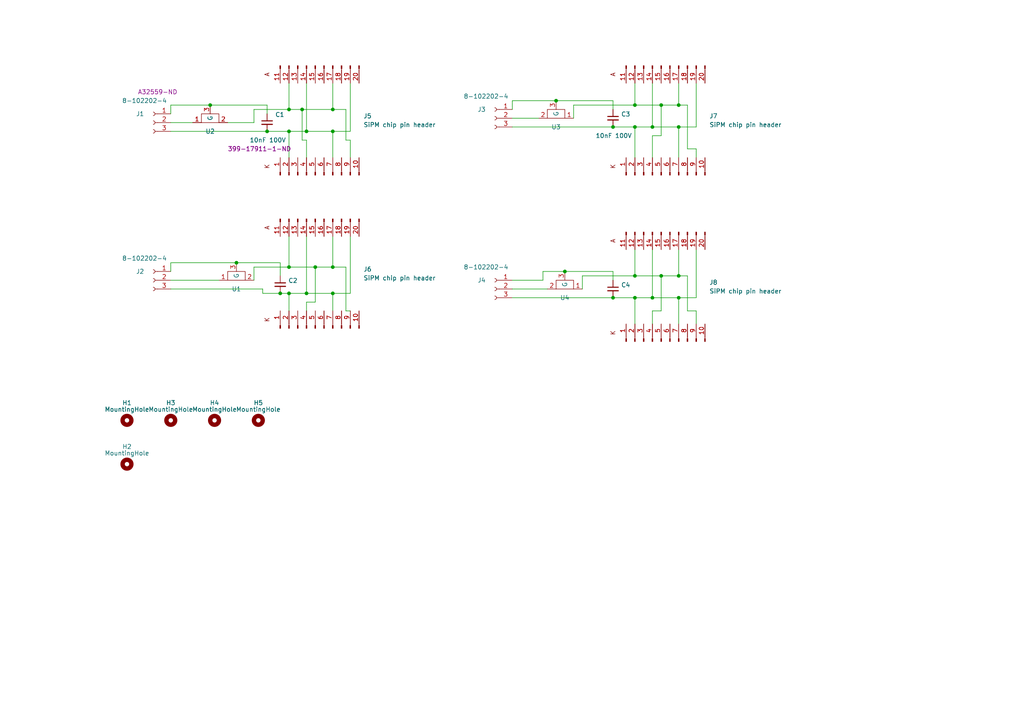
<source format=kicad_sch>
(kicad_sch (version 20230121) (generator eeschema)
  (paper "A4")
  (title_block (title "DarkQuest Quad SiPM Motherboard") (rev "6.1") (comment 1 "Accepts chip carrier with SiPM") (comment 2 "Pins go on motherboard and sockets go on chip carrier") (comment 3 "Rev 6.1 has pad for a 20 dB attenuator"))
  (lib_symbols
    (symbol "Analog:D10AA20Z4"
      (property "Reference" "U" (at 0 2.54 0))
      (symbol "D10AA20Z4_1_1"
        (rectangle (start -2.54 1.27) (end 2.54 -1.27))
        (pin passive line (at -5.08 1.27 0) (length 2.54) (name "") (number "1"))
        (pin passive line (at 5.08 1.27 180) (length 2.54) (name "") (number "2"))
        (pin passive line (at 0 -3.81 90) (length 2.54) (name "G") (number "3"))
      )
    )
    (symbol "Connector:Conn_01x03_Female" (pin_names (offset 1.016) hide)
      (property "Reference" "J" (at 0 5.08 0))
      (property "Value" "Conn_01x03_Female" (at 0 -5.08 0))
      (symbol "Conn_01x03_Female_1_1"
        (arc (start 0 -2.032) (mid -0.5058 -2.54) (end 0 -3.048) (stroke (width 0.1524)))
        (polyline (pts (xy -1.27 -2.54) (xy -0.508 -2.54)) (stroke (width 0.1524)))
        (polyline (pts (xy -1.27 0) (xy -0.508 0)) (stroke (width 0.1524)))
        (polyline (pts (xy -1.27 2.54) (xy -0.508 2.54)) (stroke (width 0.1524)))
        (arc (start 0 0.508) (mid -0.5058 0) (end 0 -0.508) (stroke (width 0.1524)))
        (arc (start 0 3.048) (mid -0.5058 2.54) (end 0 2.032) (stroke (width 0.1524)))
        (pin passive line (at -5.08 2.54 0) (length 3.81) (name "Pin_1") (number "1"))
        (pin passive line (at -5.08 0 0) (length 3.81) (name "Pin_2") (number "2"))
        (pin passive line (at -5.08 -2.54 0) (length 3.81) (name "Pin_3") (number "3"))
      )
    )
    (symbol "Connector:sipm_chip_carrier_pin_header" (pin_names (offset 1.016) hide)
      (property "Reference" "J" (at -16.51 12.7 0))
      (property "Value" "SiPM chip pin header" (at 0 -16.51 0))
      (symbol "sipm_chip_carrier_pin_header_1_1"
        (rectangle (start -15.6464 -12.573) (end -16.51 -12.827) (stroke (width 0.1524)) (fill (type outline)))
        (rectangle (start -15.6464 -10.033) (end -16.51 -10.287) (stroke (width 0.1524)) (fill (type outline)))
        (rectangle (start -15.6464 -7.493) (end -16.51 -7.747) (stroke (width 0.1524)) (fill (type outline)))
        (rectangle (start -15.6464 -4.953) (end -16.51 -5.207) (stroke (width 0.1524)) (fill (type outline)))
        (rectangle (start -15.6464 -2.413) (end -16.51 -2.667) (stroke (width 0.1524)) (fill (type outline)))
        (rectangle (start -15.6464 0.127) (end -16.51 -0.127) (stroke (width 0.1524)) (fill (type outline)))
        (rectangle (start -15.6464 2.667) (end -16.51 2.413) (stroke (width 0.1524)) (fill (type outline)))
        (rectangle (start -15.6464 5.207) (end -16.51 4.953) (stroke (width 0.1524)) (fill (type outline)))
        (rectangle (start -15.6464 7.747) (end -16.51 7.493) (stroke (width 0.1524)) (fill (type outline)))
        (rectangle (start -15.6464 10.287) (end -16.51 10.033) (stroke (width 0.1524)) (fill (type outline)))
        (polyline (pts (xy -15.24 -12.7) (xy -15.6464 -12.7)) (stroke (width 0.1524)))
        (polyline (pts (xy -15.24 -10.16) (xy -15.6464 -10.16)) (stroke (width 0.1524)))
        (polyline (pts (xy -15.24 -7.62) (xy -15.6464 -7.62)) (stroke (width 0.1524)))
        (polyline (pts (xy -15.24 -5.08) (xy -15.6464 -5.08)) (stroke (width 0.1524)))
        (polyline (pts (xy -15.24 -2.54) (xy -15.6464 -2.54)) (stroke (width 0.1524)))
        (polyline (pts (xy -15.24 0) (xy -15.6464 0)) (stroke (width 0.1524)))
        (polyline (pts (xy -15.24 2.54) (xy -15.6464 2.54)) (stroke (width 0.1524)))
        (polyline (pts (xy -15.24 5.08) (xy -15.6464 5.08)) (stroke (width 0.1524)))
        (polyline (pts (xy -15.24 7.62) (xy -15.6464 7.62)) (stroke (width 0.1524)))
        (polyline (pts (xy -15.24 10.16) (xy -15.6464 10.16)) (stroke (width 0.1524)))
        (polyline (pts (xy 13.97 -12.7) (xy 14.3764 -12.7)) (stroke (width 0.1524)))
        (polyline (pts (xy 13.97 -10.16) (xy 14.3764 -10.16)) (stroke (width 0.1524)))
        (polyline (pts (xy 13.97 -7.62) (xy 14.3764 -7.62)) (stroke (width 0.1524)))
        (polyline (pts (xy 13.97 -5.08) (xy 14.3764 -5.08)) (stroke (width 0.1524)))
        (polyline (pts (xy 13.97 -2.54) (xy 14.3764 -2.54)) (stroke (width 0.1524)))
        (polyline (pts (xy 13.97 0) (xy 14.3764 0)) (stroke (width 0.1524)))
        (polyline (pts (xy 13.97 2.54) (xy 14.3764 2.54)) (stroke (width 0.1524)))
        (polyline (pts (xy 13.97 5.08) (xy 14.3764 5.08)) (stroke (width 0.1524)))
        (polyline (pts (xy 13.97 7.62) (xy 14.3764 7.62)) (stroke (width 0.1524)))
        (polyline (pts (xy 13.97 10.16) (xy 14.3764 10.16)) (stroke (width 0.1524)))
        (rectangle (start 15.24 -12.827) (end 14.3764 -12.573) (stroke (width 0.1524)) (fill (type outline)))
        (rectangle (start 15.24 -10.287) (end 14.3764 -10.033) (stroke (width 0.1524)) (fill (type outline)))
        (rectangle (start 15.24 -7.747) (end 14.3764 -7.493) (stroke (width 0.1524)) (fill (type outline)))
        (rectangle (start 15.24 -5.207) (end 14.3764 -4.953) (stroke (width 0.1524)) (fill (type outline)))
        (rectangle (start 15.24 -2.667) (end 14.3764 -2.413) (stroke (width 0.1524)) (fill (type outline)))
        (rectangle (start 15.24 -0.127) (end 14.3764 0.127) (stroke (width 0.1524)) (fill (type outline)))
        (rectangle (start 15.24 2.413) (end 14.3764 2.667) (stroke (width 0.1524)) (fill (type outline)))
        (rectangle (start 15.24 4.953) (end 14.3764 5.207) (stroke (width 0.1524)) (fill (type outline)))
        (rectangle (start 15.24 7.493) (end 14.3764 7.747) (stroke (width 0.1524)) (fill (type outline)))
        (rectangle (start 15.24 10.033) (end 14.3764 10.287) (stroke (width 0.1524)) (fill (type outline)))
        (text "A" (at 12.7 13.97 0) (effects (font (size 1.27 1.27))))
        (text "K" (at -13.97 13.97 0) (effects (font (size 1.27 1.27))))
        (pin passive line (at -11.43 10.16 180) (length 3.81) (name "Pin_1") (number "1"))
        (pin passive line (at -11.43 -12.7 180) (length 3.81) (name "Pin_10") (number "10"))
        (pin passive line (at 10.16 10.16 0) (length 3.81) (name "Pin_1") (number "11"))
        (pin passive line (at 10.16 7.62 0) (length 3.81) (name "Pin_2") (number "12"))
        (pin passive line (at 10.16 5.08 0) (length 3.81) (name "Pin_3") (number "13"))
        (pin passive line (at 10.16 2.54 0) (length 3.81) (name "Pin_4") (number "14"))
        (pin passive line (at 10.16 0 0) (length 3.81) (name "Pin_5") (number "15"))
        (pin passive line (at 10.16 -2.54 0) (length 3.81) (name "Pin_6") (number "16"))
        (pin passive line (at 10.16 -5.08 0) (length 3.81) (name "Pin_7") (number "17"))
        (pin passive line (at 10.16 -7.62 0) (length 3.81) (name "Pin_8") (number "18"))
        (pin passive line (at 10.16 -10.16 0) (length 3.81) (name "Pin_9") (number "19"))
        (pin passive line (at -11.43 7.62 180) (length 3.81) (name "Pin_2") (number "2"))
        (pin passive line (at 10.16 -12.7 0) (length 3.81) (name "Pin_10") (number "20"))
        (pin passive line (at -11.43 5.08 180) (length 3.81) (name "Pin_3") (number "3"))
        (pin passive line (at -11.43 2.54 180) (length 3.81) (name "Pin_4") (number "4"))
        (pin passive line (at -11.43 0 180) (length 3.81) (name "Pin_5") (number "5"))
        (pin passive line (at -11.43 -2.54 180) (length 3.81) (name "Pin_6") (number "6"))
        (pin passive line (at -11.43 -5.08 180) (length 3.81) (name "Pin_7") (number "7"))
        (pin passive line (at -11.43 -7.62 180) (length 3.81) (name "Pin_8") (number "8"))
        (pin passive line (at -11.43 -10.16 180) (length 3.81) (name "Pin_9") (number "9"))
      )
    )
    (symbol "Device:C_Small" (pin_numbers hide) (pin_names (offset 0.254) hide)
      (property "Reference" "C" (at 0.254 1.778 0))
      (property "Value" "C_Small" (at 0.254 -2.032 0))
      (symbol "C_Small_0_1"
        (polyline (pts (xy -1.524 -0.508) (xy 1.524 -0.508)) (stroke (width 0.3302)))
        (polyline (pts (xy -1.524 0.508) (xy 1.524 0.508)) (stroke (width 0.3048)))
      )
      (symbol "C_Small_1_1"
        (pin passive line (at 0 2.54 270) (length 2.032) (name "~") (number "1"))
        (pin passive line (at 0 -2.54 90) (length 2.032) (name "~") (number "2"))
      )
    )
    (symbol "Mechanical:MountingHole" (pin_names (offset 1.016))
      (property "Reference" "H" (at 0 5.08 0))
      (property "Value" "MountingHole" (at 0 3.175 0))
      (symbol "MountingHole_0_1"
        (circle (center 0 0) (radius 1.27) (stroke (width 1.27)))
      )
    )
  )
  (junction (at 163.83 78.74))
  (junction (at 60.96 30.48))
  (junction (at 96.52 31.75))
  (junction (at 184.15 86.36))
  (junction (at 177.8 86.36))
  (junction (at 96.52 85.09))
  (junction (at 196.85 80.01))
  (junction (at 191.77 80.01))
  (junction (at 196.85 30.48))
  (junction (at 161.29 29.21))
  (junction (at 184.15 30.48))
  (junction (at 83.82 77.47))
  (junction (at 87.63 31.75))
  (junction (at 96.52 77.47))
  (junction (at 184.15 36.83))
  (junction (at 83.82 38.1))
  (junction (at 83.82 85.09))
  (junction (at 196.85 36.83))
  (junction (at 189.23 36.83))
  (junction (at 91.44 77.47))
  (junction (at 88.9 85.09))
  (junction (at 184.15 80.01))
  (junction (at 68.58 76.2))
  (junction (at 77.47 38.1))
  (junction (at 196.85 86.36))
  (junction (at 96.52 38.1))
  (junction (at 83.82 31.75))
  (junction (at 189.23 86.36))
  (junction (at 191.77 30.48))
  (junction (at 81.28 85.09))
  (junction (at 177.8 36.83))
  (junction (at 88.9 38.1))
  (wire (pts (xy 83.82 77.47) (xy 91.44 77.47)))
  (wire (pts (xy 184.15 72.39) (xy 184.15 80.01)))
  (wire (pts (xy 189.23 72.39) (xy 189.23 86.36)))
  (wire (pts (xy 83.82 85.09) (xy 81.28 85.09)))
  (wire (pts (xy 148.59 86.36) (xy 177.8 86.36)))
  (wire (pts (xy 157.48 78.74) (xy 163.83 78.74)))
  (wire (pts (xy 73.66 81.28) (xy 73.66 77.47)))
  (wire (pts (xy 168.91 80.01) (xy 184.15 80.01)))
  (wire (pts (xy 100.33 40.64) (xy 100.33 31.75)))
  (wire (pts (xy 81.28 76.2) (xy 81.28 80.01)))
  (wire (pts (xy 83.82 38.1) (xy 88.9 38.1)))
  (wire (pts (xy 168.91 83.82) (xy 168.91 80.01)))
  (wire (pts (xy 49.53 81.28) (xy 63.5 81.28)))
  (wire (pts (xy 96.52 68.58) (xy 96.52 77.47)))
  (wire (pts (xy 148.59 83.82) (xy 158.75 83.82)))
  (wire (pts (xy 101.6 24.13) (xy 101.6 38.1)))
  (wire (pts (xy 191.77 80.01) (xy 196.85 80.01)))
  (wire (pts (xy 196.85 72.39) (xy 196.85 80.01)))
  (wire (pts (xy 73.66 35.56) (xy 73.66 31.75)))
  (wire (pts (xy 49.53 83.82) (xy 76.2 83.82)))
  (wire (pts (xy 101.6 40.64) (xy 100.33 40.64)))
  (wire (pts (xy 199.39 30.48) (xy 196.85 30.48)))
  (wire (pts (xy 196.85 93.98) (xy 196.85 86.36)))
  (wire (pts (xy 199.39 90.17) (xy 199.39 80.01)))
  (wire (pts (xy 96.52 38.1) (xy 96.52 45.72)))
  (wire (pts (xy 83.82 85.09) (xy 88.9 85.09)))
  (wire (pts (xy 49.53 38.1) (xy 77.47 38.1)))
  (wire (pts (xy 101.6 68.58) (xy 101.6 85.09)))
  (wire (pts (xy 177.8 31.75) (xy 177.8 29.21)))
  (wire (pts (xy 60.96 30.48) (xy 77.47 30.48)))
  (wire (pts (xy 91.44 87.63) (xy 91.44 77.47)))
  (wire (pts (xy 196.85 30.48) (xy 196.85 24.13)))
  (wire (pts (xy 88.9 45.72) (xy 88.9 40.64)))
  (wire (pts (xy 83.82 68.58) (xy 83.82 77.47)))
  (wire (pts (xy 101.6 45.72) (xy 101.6 40.64)))
  (wire (pts (xy 148.59 29.21) (xy 161.29 29.21)))
  (wire (pts (xy 196.85 45.72) (xy 196.85 36.83)))
  (wire (pts (xy 201.93 72.39) (xy 201.93 86.36)))
  (wire (pts (xy 76.2 83.82) (xy 76.2 85.09)))
  (wire (pts (xy 191.77 39.37) (xy 191.77 30.48)))
  (wire (pts (xy 201.93 90.17) (xy 199.39 90.17)))
  (wire (pts (xy 201.93 93.98) (xy 201.93 90.17)))
  (wire (pts (xy 191.77 30.48) (xy 196.85 30.48)))
  (wire (pts (xy 96.52 77.47) (xy 91.44 77.47)))
  (wire (pts (xy 184.15 86.36) (xy 177.8 86.36)))
  (wire (pts (xy 77.47 30.48) (xy 77.47 33.02)))
  (wire (pts (xy 87.63 40.64) (xy 87.63 31.75)))
  (wire (pts (xy 189.23 86.36) (xy 196.85 86.36)))
  (wire (pts (xy 189.23 36.83) (xy 196.85 36.83)))
  (wire (pts (xy 49.53 76.2) (xy 68.58 76.2)))
  (wire (pts (xy 196.85 86.36) (xy 201.93 86.36)))
  (wire (pts (xy 100.33 31.75) (xy 96.52 31.75)))
  (wire (pts (xy 201.93 43.18) (xy 199.39 43.18)))
  (wire (pts (xy 88.9 68.58) (xy 88.9 85.09)))
  (wire (pts (xy 88.9 90.17) (xy 88.9 87.63)))
  (wire (pts (xy 88.9 40.64) (xy 87.63 40.64)))
  (wire (pts (xy 83.82 31.75) (xy 87.63 31.75)))
  (wire (pts (xy 161.29 29.21) (xy 177.8 29.21)))
  (wire (pts (xy 77.47 38.1) (xy 83.82 38.1)))
  (wire (pts (xy 191.77 90.17) (xy 191.77 80.01)))
  (wire (pts (xy 100.33 90.17) (xy 100.33 77.47)))
  (wire (pts (xy 166.37 30.48) (xy 166.37 34.29)))
  (wire (pts (xy 66.04 35.56) (xy 73.66 35.56)))
  (wire (pts (xy 88.9 87.63) (xy 91.44 87.63)))
  (wire (pts (xy 201.93 24.13) (xy 201.93 36.83)))
  (wire (pts (xy 101.6 38.1) (xy 96.52 38.1)))
  (wire (pts (xy 184.15 36.83) (xy 177.8 36.83)))
  (wire (pts (xy 157.48 81.28) (xy 157.48 78.74)))
  (wire (pts (xy 184.15 24.13) (xy 184.15 30.48)))
  (wire (pts (xy 199.39 43.18) (xy 199.39 30.48)))
  (wire (pts (xy 101.6 85.09) (xy 96.52 85.09)))
  (wire (pts (xy 148.59 34.29) (xy 156.21 34.29)))
  (wire (pts (xy 73.66 31.75) (xy 83.82 31.75)))
  (wire (pts (xy 101.6 90.17) (xy 100.33 90.17)))
  (wire (pts (xy 201.93 36.83) (xy 196.85 36.83)))
  (wire (pts (xy 184.15 80.01) (xy 191.77 80.01)))
  (wire (pts (xy 83.82 85.09) (xy 83.82 90.17)))
  (wire (pts (xy 49.53 35.56) (xy 55.88 35.56)))
  (wire (pts (xy 96.52 90.17) (xy 96.52 85.09)))
  (wire (pts (xy 148.59 29.21) (xy 148.59 31.75)))
  (wire (pts (xy 163.83 78.74) (xy 177.8 78.74)))
  (wire (pts (xy 88.9 85.09) (xy 96.52 85.09)))
  (wire (pts (xy 49.53 30.48) (xy 60.96 30.48)))
  (wire (pts (xy 184.15 30.48) (xy 191.77 30.48)))
  (wire (pts (xy 88.9 24.13) (xy 88.9 38.1)))
  (wire (pts (xy 96.52 31.75) (xy 96.52 24.13)))
  (wire (pts (xy 201.93 45.72) (xy 201.93 43.18)))
  (wire (pts (xy 100.33 77.47) (xy 96.52 77.47)))
  (wire (pts (xy 81.28 76.2) (xy 68.58 76.2)))
  (wire (pts (xy 189.23 45.72) (xy 189.23 39.37)))
  (wire (pts (xy 87.63 31.75) (xy 96.52 31.75)))
  (wire (pts (xy 49.53 33.02) (xy 49.53 30.48)))
  (wire (pts (xy 73.66 77.47) (xy 83.82 77.47)))
  (wire (pts (xy 88.9 38.1) (xy 96.52 38.1)))
  (wire (pts (xy 166.37 30.48) (xy 184.15 30.48)))
  (wire (pts (xy 83.82 24.13) (xy 83.82 31.75)))
  (wire (pts (xy 199.39 80.01) (xy 196.85 80.01)))
  (wire (pts (xy 184.15 36.83) (xy 189.23 36.83)))
  (wire (pts (xy 189.23 39.37) (xy 191.77 39.37)))
  (wire (pts (xy 76.2 85.09) (xy 81.28 85.09)))
  (wire (pts (xy 189.23 93.98) (xy 189.23 90.17)))
  (wire (pts (xy 177.8 78.74) (xy 177.8 81.28)))
  (wire (pts (xy 49.53 78.74) (xy 49.53 76.2)))
  (wire (pts (xy 83.82 45.72) (xy 83.82 38.1)))
  (wire (pts (xy 189.23 24.13) (xy 189.23 36.83)))
  (wire (pts (xy 148.59 36.83) (xy 177.8 36.83)))
  (wire (pts (xy 189.23 90.17) (xy 191.77 90.17)))
  (wire (pts (xy 184.15 86.36) (xy 189.23 86.36)))
  (wire (pts (xy 148.59 81.28) (xy 157.48 81.28)))
  (wire (pts (xy 184.15 86.36) (xy 184.15 93.98)))
  (wire (pts (xy 184.15 36.83) (xy 184.15 45.72)))
  (symbol (lib_id "Connector:Conn_01x03_Female") (at 44.45 35.56 0) (mirror y) (unit 1)
    (property "Reference" "J1" (at 40.64 33.02 0))
    (property "Value" "8-102202-4" (at 41.91 29.21 0))
    (property "Footprint" "Connector_PinHeader_2.54mm:PinHeader_1x03_P2.54mm_Vertical" (effects hide))
    (property "DigiKey" "A32559-ND" (at 45.72 26.67 0))
  )
  (symbol (lib_id "Device:C_Small") (at 77.47 35.56 0) (unit 1)
    (property "Reference" "C1" (at 79.8068 33.2486 0) (effects (justify left)))
    (property "Value" "10nF 100V" (at 72.39 40.64 0) (effects (justify left)))
    (property "Footprint" "Capacitor_SMD:C_1206_3216Metric_Pad1.33x1.80mm_HandSolder" (effects hide))
    (property "DigiKey" "399-17911-1-ND" (at 66.04 43.18 0) (effects (justify left)))
  )
  (symbol (lib_id "Connector:Conn_01x03_Female") (at 143.51 34.29 0) (mirror y) (unit 1)
    (property "Reference" "J3" (at 139.7 31.75 0))
    (property "Value" "8-102202-4" (at 140.97 27.94 0))
    (property "Footprint" "Connector_PinHeader_2.54mm:PinHeader_1x03_P2.54mm_Vertical" (effects hide))
    (property "DigiKey" "A32559-ND" (effects hide))
  )
  (symbol (lib_id "Device:C_Small") (at 177.8 34.29 0) (unit 1)
    (property "Reference" "C3" (at 180.1368 33.1216 0) (effects (justify left)))
    (property "Value" "10nF 100V" (at 172.72 39.37 0) (effects (justify left)))
    (property "Footprint" "Capacitor_SMD:C_1206_3216Metric_Pad1.33x1.80mm_HandSolder" (effects hide))
    (property "DigiKey" "399-17911-1-ND" (effects hide))
  )
  (symbol (lib_id "Connector:Conn_01x03_Female") (at 44.45 81.28 0) (mirror y) (unit 1)
    (property "Reference" "J2" (at 40.64 78.74 0))
    (property "Value" "8-102202-4" (at 41.91 74.93 0))
    (property "Footprint" "Connector_PinHeader_2.54mm:PinHeader_1x03_P2.54mm_Vertical" (effects hide))
    (property "DigiKey" "A32559-ND" (effects hide))
  )
  (symbol (lib_id "Device:C_Small") (at 81.28 82.55 0) (unit 1)
    (property "Reference" "C2" (at 83.6168 81.3816 0) (effects (justify left)))
    (property "Value" "10nF 100V" (effects hide))
    (property "Footprint" "Capacitor_SMD:C_1206_3216Metric_Pad1.33x1.80mm_HandSolder" (effects hide))
    (property "DigiKey" "399-17911-1-ND" (effects hide))
  )
  (symbol (lib_id "Connector:Conn_01x03_Female") (at 143.51 83.82 0) (mirror y) (unit 1)
    (property "Reference" "J4" (at 139.7 81.28 0))
    (property "Value" "8-102202-4" (at 140.97 77.47 0))
    (property "Footprint" "Connector_PinHeader_2.54mm:PinHeader_1x03_P2.54mm_Vertical" (effects hide))
    (property "DigiKey" "A32559-ND" (effects hide))
  )
  (symbol (lib_id "Device:C_Small") (at 177.8 83.82 0) (unit 1)
    (property "Reference" "C4" (at 180.1368 82.6516 0) (effects (justify left)))
    (property "Value" "10nF 100V" (effects hide))
    (property "Footprint" "Capacitor_SMD:C_1206_3216Metric_Pad1.33x1.80mm_HandSolder" (effects hide))
    (property "DigiKey" "399-17911-1-ND" (effects hide))
  )
  (symbol (lib_id "Mechanical:MountingHole") (at 36.83 121.92 0) (unit 1)
    (property "Reference" "H1" (at 36.83 116.84 0))
    (property "Value" "MountingHole" (at 36.83 118.745 0))
    (property "Footprint" "quad_sipm:MountingHole_6.4_pad" (effects hide))
  )
  (symbol (lib_id "Mechanical:MountingHole") (at 49.53 121.92 0) (unit 1)
    (property "Reference" "H3" (at 49.53 116.84 0))
    (property "Value" "MountingHole" (at 49.53 118.745 0))
    (property "Footprint" "quad_sipm:MountingHole_6.4_pad" (effects hide))
  )
  (symbol (lib_id "Mechanical:MountingHole") (at 62.23 121.92 0) (unit 1)
    (property "Reference" "H4" (at 62.23 116.84 0))
    (property "Value" "MountingHole" (at 62.23 118.745 0))
    (property "Footprint" "quad_sipm:MountingHole_6.4_pad" (effects hide))
  )
  (symbol (lib_id "Mechanical:MountingHole") (at 74.93 121.92 0) (unit 1)
    (property "Reference" "H5" (at 74.93 116.84 0))
    (property "Value" "MountingHole" (at 74.93 118.745 0))
    (property "Footprint" "quad_sipm:MountingHole_6.4_pad" (effects hide))
  )
  (symbol (lib_id "Mechanical:MountingHole") (at 36.83 134.62 0) (unit 1)
    (property "Reference" "H2" (at 36.83 129.54 0))
    (property "Value" "MountingHole" (at 36.83 131.445 0))
    (property "Footprint" "quad_sipm:MountingHole_8.4mm_M8_Pad" (effects hide))
  )
  (symbol (lib_id "Connector:sipm_chip_carrier_pin_header") (at 191.77 82.55 90) (unit 1)
    (property "Reference" "J8" (at 205.74 81.915 90) (effects (justify right)))
    (property "Value" "SiPM chip pin header" (at 205.74 84.455 90) (effects (justify right)))
    (property "Footprint" "Connector_PinHeader_2.54mm:chip_carrier_pin_header" (effects hide))
  )
  (symbol (lib_id "Analog:D10AA20Z4") (at 161.29 33.02 180) (unit 1)
    (property "Reference" "U3" (at 161.29 36.83 0))
    (property "Value" "~" (at 161.29 29.21 0))
    (property "Footprint" "Resistor_SMD:D10AA20Z4" (effects hide))
  )
  (symbol (lib_id "Analog:D10AA20Z4") (at 68.58 80.01 0) (mirror x) (unit 1)
    (property "Reference" "U1" (at 68.58 83.82 0))
    (property "Value" "~" (at 68.58 76.2 0))
    (property "Footprint" "Resistor_SMD:D10AA20Z4" (effects hide))
  )
  (symbol (lib_id "Connector:sipm_chip_carrier_pin_header") (at 91.44 78.74 90) (unit 1)
    (property "Reference" "J6" (at 105.41 78.105 90) (effects (justify right)))
    (property "Value" "SiPM chip pin header" (at 105.41 80.645 90) (effects (justify right)))
    (property "Footprint" "Connector_PinHeader_2.54mm:chip_carrier_pin_header" (effects hide))
  )
  (symbol (lib_id "Analog:D10AA20Z4") (at 60.96 34.29 0) (mirror x) (unit 1)
    (property "Reference" "U2" (at 60.96 38.1 0))
    (property "Value" "~" (at 60.96 30.48 0))
    (property "Footprint" "Resistor_SMD:D10AA20Z4" (effects hide))
  )
  (symbol (lib_id "Connector:sipm_chip_carrier_pin_header") (at 191.77 34.29 90) (unit 1)
    (property "Reference" "J7" (at 205.74 33.655 90) (effects (justify right)))
    (property "Value" "SiPM chip pin header" (at 205.74 36.195 90) (effects (justify right)))
    (property "Footprint" "Connector_PinHeader_2.54mm:chip_carrier_pin_header" (effects hide))
  )
  (symbol (lib_id "Analog:D10AA20Z4") (at 163.83 82.55 180) (unit 1)
    (property "Reference" "U4" (at 163.83 86.36 0))
    (property "Value" "~" (at 163.83 78.74 0))
    (property "Footprint" "Resistor_SMD:D10AA20Z4" (effects hide))
  )
  (symbol (lib_id "Connector:sipm_chip_carrier_pin_header") (at 91.44 34.29 90) (unit 1)
    (property "Reference" "J5" (at 105.41 33.655 90) (effects (justify right)))
    (property "Value" "SiPM chip pin header" (at 105.41 36.195 90) (effects (justify right)))
    (property "Footprint" "Connector_PinHeader_2.54mm:chip_carrier_pin_header" (effects hide))
  )
)
</source>
